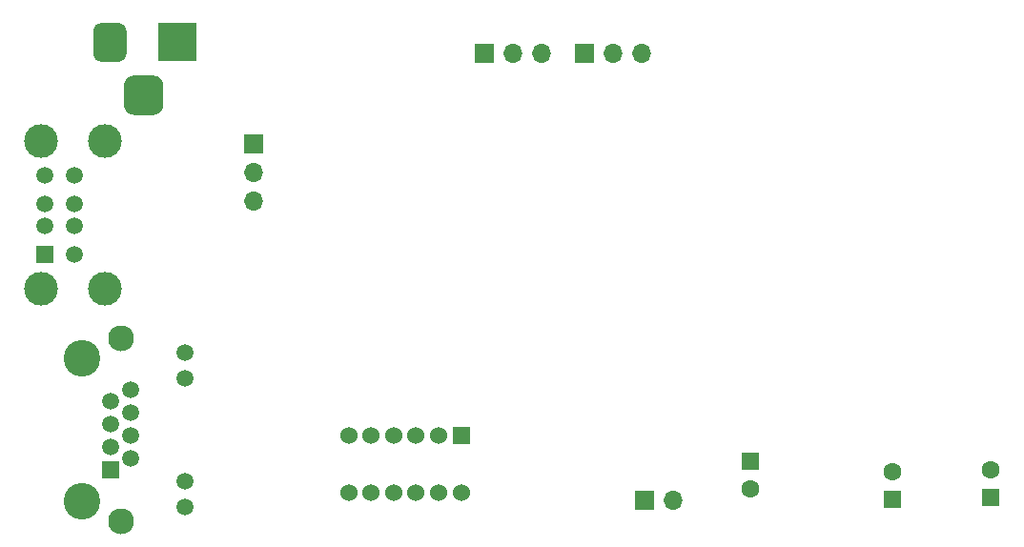
<source format=gbr>
%TF.GenerationSoftware,KiCad,Pcbnew,(5.1.7)-1*%
%TF.CreationDate,2020-11-11T14:22:04+03:00*%
%TF.ProjectId,MT7628_USB_MODEM,4d543736-3238-45f5-9553-425f4d4f4445,rev?*%
%TF.SameCoordinates,Original*%
%TF.FileFunction,Soldermask,Bot*%
%TF.FilePolarity,Negative*%
%FSLAX46Y46*%
G04 Gerber Fmt 4.6, Leading zero omitted, Abs format (unit mm)*
G04 Created by KiCad (PCBNEW (5.1.7)-1) date 2020-11-11 14:22:04*
%MOMM*%
%LPD*%
G01*
G04 APERTURE LIST*
%ADD10O,1.700000X1.700000*%
%ADD11R,1.700000X1.700000*%
%ADD12C,1.500000*%
%ADD13C,2.300000*%
%ADD14C,3.250000*%
%ADD15R,1.500000X1.500000*%
%ADD16C,1.524000*%
%ADD17R,1.524000X1.524000*%
%ADD18R,3.500000X3.500000*%
%ADD19C,3.000000*%
%ADD20C,1.600000*%
%ADD21R,1.600000X1.600000*%
G04 APERTURE END LIST*
D10*
%TO.C,J7*%
X129448560Y-82829400D03*
D11*
X126908560Y-82829400D03*
%TD*%
D12*
%TO.C,J2*%
X86089300Y-69663660D03*
X86089300Y-71953660D03*
X86089300Y-81093660D03*
X86089300Y-83383660D03*
D13*
X80379300Y-84653660D03*
X80379300Y-68393660D03*
D14*
X76949300Y-70173660D03*
X76949300Y-82873660D03*
D12*
X81269300Y-72971660D03*
X81269300Y-75003660D03*
X81269300Y-77035660D03*
X81269300Y-79067660D03*
X79489300Y-73987660D03*
X79489300Y-76019660D03*
X79489300Y-78051660D03*
D15*
X79489300Y-80083660D03*
%TD*%
D16*
%TO.C,TR1*%
X110595280Y-82093440D03*
X108595280Y-82093440D03*
X106595280Y-82093440D03*
X104595280Y-82093440D03*
X102595280Y-82093440D03*
X100595280Y-82093440D03*
X100595280Y-77093440D03*
X102595280Y-77093440D03*
X104595280Y-77093440D03*
X106595280Y-77093440D03*
X108595280Y-77093440D03*
D17*
X110595280Y-77093440D03*
%TD*%
D10*
%TO.C,J4*%
X92163900Y-56255920D03*
X92163900Y-53715920D03*
D11*
X92163900Y-51175920D03*
%TD*%
%TO.C,J3*%
G36*
G01*
X80649880Y-47700900D02*
X80649880Y-45950900D01*
G75*
G02*
X81524880Y-45075900I875000J0D01*
G01*
X83274880Y-45075900D01*
G75*
G02*
X84149880Y-45950900I0J-875000D01*
G01*
X84149880Y-47700900D01*
G75*
G02*
X83274880Y-48575900I-875000J0D01*
G01*
X81524880Y-48575900D01*
G75*
G02*
X80649880Y-47700900I0J875000D01*
G01*
G37*
G36*
G01*
X77899880Y-43125900D02*
X77899880Y-41125900D01*
G75*
G02*
X78649880Y-40375900I750000J0D01*
G01*
X80149880Y-40375900D01*
G75*
G02*
X80899880Y-41125900I0J-750000D01*
G01*
X80899880Y-43125900D01*
G75*
G02*
X80149880Y-43875900I-750000J0D01*
G01*
X78649880Y-43875900D01*
G75*
G02*
X77899880Y-43125900I0J750000D01*
G01*
G37*
D18*
X85399880Y-42125900D03*
%TD*%
D19*
%TO.C,J1*%
X73310000Y-50890000D03*
X73310000Y-64030000D03*
D15*
X73660000Y-60960000D03*
D12*
X73660000Y-58460000D03*
X73660000Y-56460000D03*
X73660000Y-53960000D03*
D19*
X78990000Y-64030000D03*
X78990000Y-50890000D03*
D12*
X76280000Y-60960000D03*
X76280000Y-58460000D03*
X76280000Y-56460000D03*
X76280000Y-53960000D03*
%TD*%
D10*
%TO.C,J6*%
X117711220Y-43136820D03*
X115171220Y-43136820D03*
D11*
X112631220Y-43136820D03*
%TD*%
D10*
%TO.C,J5*%
X126657100Y-43101260D03*
X124117100Y-43101260D03*
D11*
X121577100Y-43101260D03*
%TD*%
D20*
%TO.C,C14*%
X157601920Y-80090640D03*
D21*
X157601920Y-82590640D03*
%TD*%
D20*
%TO.C,C13*%
X148897340Y-80245580D03*
D21*
X148897340Y-82745580D03*
%TD*%
D20*
%TO.C,C11*%
X136260840Y-81814040D03*
D21*
X136260840Y-79314040D03*
%TD*%
M02*

</source>
